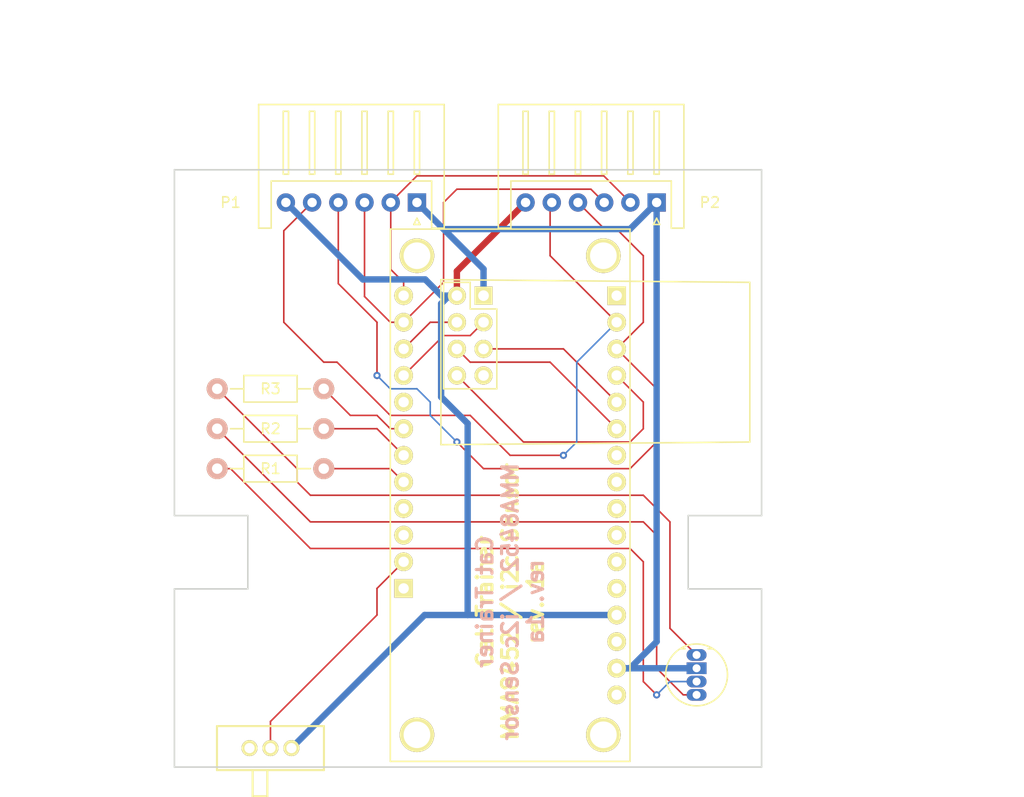
<source format=kicad_pcb>
(kicad_pcb (version 20171130) (host pcbnew "(5.1.12)-1")

  (general
    (thickness 1.6)
    (drawings 27)
    (tracks 123)
    (zones 0)
    (modules 11)
    (nets 33)
  )

  (page A4)
  (layers
    (0 F.Cu signal)
    (31 B.Cu signal)
    (32 B.Adhes user)
    (33 F.Adhes user)
    (34 B.Paste user)
    (35 F.Paste user)
    (36 B.SilkS user)
    (37 F.SilkS user)
    (38 B.Mask user)
    (39 F.Mask user)
    (40 Dwgs.User user)
    (41 Cmts.User user)
    (42 Eco1.User user)
    (43 Eco2.User user)
    (44 Edge.Cuts user)
    (45 Margin user)
    (46 B.CrtYd user)
    (47 F.CrtYd user)
    (48 B.Fab user)
    (49 F.Fab user)
  )

  (setup
    (last_trace_width 0.1524)
    (trace_clearance 0.1524)
    (zone_clearance 0.508)
    (zone_45_only no)
    (trace_min 0.1524)
    (via_size 0.6858)
    (via_drill 0.3302)
    (via_min_size 0.6858)
    (via_min_drill 0.3302)
    (uvia_size 0.0254)
    (uvia_drill 0)
    (uvias_allowed no)
    (uvia_min_size 0)
    (uvia_min_drill 0)
    (edge_width 0.15)
    (segment_width 0.2)
    (pcb_text_width 0.3)
    (pcb_text_size 1.5 1.5)
    (mod_edge_width 0.15)
    (mod_text_size 1 1)
    (mod_text_width 0.15)
    (pad_size 1.524 1.524)
    (pad_drill 0.762)
    (pad_to_mask_clearance 0.2)
    (aux_axis_origin 0 0)
    (visible_elements 7FFFFFFF)
    (pcbplotparams
      (layerselection 0x00030_80000001)
      (usegerberextensions false)
      (usegerberattributes true)
      (usegerberadvancedattributes true)
      (creategerberjobfile true)
      (excludeedgelayer true)
      (linewidth 0.100000)
      (plotframeref false)
      (viasonmask false)
      (mode 1)
      (useauxorigin false)
      (hpglpennumber 1)
      (hpglpenspeed 20)
      (hpglpendiameter 15.000000)
      (psnegative false)
      (psa4output false)
      (plotreference true)
      (plotvalue true)
      (plotinvisibletext false)
      (padsonsilk false)
      (subtractmaskfromsilk false)
      (outputformat 1)
      (mirror false)
      (drillshape 1)
      (scaleselection 1)
      (outputdirectory ""))
  )

  (net 0 "")
  (net 1 "Net-(D1-Pad1)")
  (net 2 3V3)
  (net 3 "Net-(D1-Pad3)")
  (net 4 "Net-(D1-Pad4)")
  (net 5 "Net-(P1-Pad2)")
  (net 6 "Net-(P1-Pad3)")
  (net 7 "Net-(P1-Pad4)")
  (net 8 "Net-(P1-Pad5)")
  (net 9 GND)
  (net 10 "Net-(R1-Pad1)")
  (net 11 "Net-(R2-Pad1)")
  (net 12 "Net-(R3-Pad1)")
  (net 13 "Net-(SW1-Pad2)")
  (net 14 CE)
  (net 15 CSN)
  (net 16 "Net-(U1-Pad5)")
  (net 17 "Net-(U1-Pad6)")
  (net 18 "Net-(U1-Pad7)")
  (net 19 "Net-(U1-Pad8)")
  (net 20 "Net-(U2-Pad16)")
  (net 21 "Net-(U2-Pad14)")
  (net 22 "Net-(U2-Pad12)")
  (net 23 "Net-(U2-Pad11)")
  (net 24 "Net-(U2-Pad10)")
  (net 25 "Net-(U2-Pad9)")
  (net 26 "Net-(U2-Pad8)")
  (net 27 "Net-(U2-Pad7)")
  (net 28 "Net-(U2-Pad1)")
  (net 29 "Net-(U2-Pad17)")
  (net 30 "Net-(U2-Pad19)")
  (net 31 "Net-(U2-Pad20)")
  (net 32 "Net-(U2-Pad24)")

  (net_class Default "This is the default net class."
    (clearance 0.1524)
    (trace_width 0.1524)
    (via_dia 0.6858)
    (via_drill 0.3302)
    (uvia_dia 0.0254)
    (uvia_drill 0)
    (add_net CE)
    (add_net CSN)
    (add_net "Net-(D1-Pad1)")
    (add_net "Net-(D1-Pad3)")
    (add_net "Net-(D1-Pad4)")
    (add_net "Net-(P1-Pad2)")
    (add_net "Net-(P1-Pad3)")
    (add_net "Net-(P1-Pad4)")
    (add_net "Net-(P1-Pad5)")
    (add_net "Net-(R1-Pad1)")
    (add_net "Net-(R2-Pad1)")
    (add_net "Net-(R3-Pad1)")
    (add_net "Net-(SW1-Pad2)")
    (add_net "Net-(U1-Pad5)")
    (add_net "Net-(U1-Pad6)")
    (add_net "Net-(U1-Pad7)")
    (add_net "Net-(U1-Pad8)")
    (add_net "Net-(U2-Pad1)")
    (add_net "Net-(U2-Pad10)")
    (add_net "Net-(U2-Pad11)")
    (add_net "Net-(U2-Pad12)")
    (add_net "Net-(U2-Pad14)")
    (add_net "Net-(U2-Pad16)")
    (add_net "Net-(U2-Pad17)")
    (add_net "Net-(U2-Pad19)")
    (add_net "Net-(U2-Pad20)")
    (add_net "Net-(U2-Pad24)")
    (add_net "Net-(U2-Pad7)")
    (add_net "Net-(U2-Pad8)")
    (add_net "Net-(U2-Pad9)")
  )

  (net_class Power ""
    (clearance 0.3048)
    (trace_width 0.6096)
    (via_dia 1.3716)
    (via_drill 0.6858)
    (uvia_dia 0.0254)
    (uvia_drill 0)
    (add_net 3V3)
    (add_net GND)
  )

  (module AdafruitFeather:ADAFRUIT_FEATHER (layer F.Cu) (tedit 58446256) (tstamp 58436465)
    (at 160.02 99.06 90)
    (path /5843530F)
    (fp_text reference U2 (at -26.416 0 180) (layer F.SilkS) hide
      (effects (font (size 1 1) (thickness 0.25)))
    )
    (fp_text value ADAFRUIT_FEATHER (at -24.384 0 180) (layer F.Fab) hide
      (effects (font (size 1 1) (thickness 0.25)))
    )
    (fp_line (start 25.4 -11.43) (end -25.4 -11.43) (layer F.SilkS) (width 0.15))
    (fp_line (start 25.4 11.43) (end 25.4 -11.43) (layer F.SilkS) (width 0.15))
    (fp_line (start -25.4 11.43) (end 25.4 11.43) (layer F.SilkS) (width 0.15))
    (fp_line (start -25.4 -11.43) (end -25.4 11.43) (layer F.SilkS) (width 0.15))
    (pad "" thru_hole circle (at -22.86 -8.89 90) (size 3.302 3.302) (drill 2.54) (layers *.Cu *.Mask F.SilkS))
    (pad "" thru_hole circle (at -22.86 8.89 90) (size 3.302 3.302) (drill 2.54) (layers *.Cu *.Mask F.SilkS))
    (pad "" thru_hole circle (at 22.86 8.89 90) (size 3.302 3.302) (drill 2.54) (layers *.Cu *.Mask F.SilkS))
    (pad "" thru_hole circle (at 22.86 -8.89 90) (size 3.302 3.302) (drill 2.54) (layers *.Cu *.Mask F.SilkS))
    (pad 16 thru_hole circle (at -19.05 10.16 90) (size 1.778 1.778) (drill 0.9906) (layers *.Cu *.Mask F.SilkS)
      (net 20 "Net-(U2-Pad16)"))
    (pad 15 thru_hole circle (at -16.51 10.16 90) (size 1.778 1.778) (drill 0.9906) (layers *.Cu *.Mask F.SilkS)
      (net 2 3V3))
    (pad 14 thru_hole circle (at -13.97 10.16 90) (size 1.778 1.778) (drill 0.9906) (layers *.Cu *.Mask F.SilkS)
      (net 21 "Net-(U2-Pad14)"))
    (pad 13 thru_hole circle (at -11.43 10.16 90) (size 1.778 1.778) (drill 0.9906) (layers *.Cu *.Mask F.SilkS)
      (net 9 GND))
    (pad 12 thru_hole circle (at -8.89 10.16 90) (size 1.778 1.778) (drill 0.9906) (layers *.Cu *.Mask F.SilkS)
      (net 22 "Net-(U2-Pad12)"))
    (pad 11 thru_hole circle (at -6.35 10.16 90) (size 1.778 1.778) (drill 0.9906) (layers *.Cu *.Mask F.SilkS)
      (net 23 "Net-(U2-Pad11)"))
    (pad 10 thru_hole circle (at -3.81 10.16 90) (size 1.778 1.778) (drill 0.9906) (layers *.Cu *.Mask F.SilkS)
      (net 24 "Net-(U2-Pad10)"))
    (pad 9 thru_hole circle (at -1.27 10.16 90) (size 1.778 1.778) (drill 0.9906) (layers *.Cu *.Mask F.SilkS)
      (net 25 "Net-(U2-Pad9)"))
    (pad 8 thru_hole circle (at 1.27 10.16 90) (size 1.778 1.778) (drill 0.9906) (layers *.Cu *.Mask F.SilkS)
      (net 26 "Net-(U2-Pad8)"))
    (pad 7 thru_hole circle (at 3.81 10.16 90) (size 1.778 1.778) (drill 0.9906) (layers *.Cu *.Mask F.SilkS)
      (net 27 "Net-(U2-Pad7)"))
    (pad 6 thru_hole circle (at 6.35 10.16 90) (size 1.778 1.778) (drill 0.9906) (layers *.Cu *.Mask F.SilkS)
      (net 16 "Net-(U1-Pad5)"))
    (pad 5 thru_hole circle (at 8.89 10.16 90) (size 1.778 1.778) (drill 0.9906) (layers *.Cu *.Mask F.SilkS)
      (net 17 "Net-(U1-Pad6)"))
    (pad 4 thru_hole circle (at 11.43 10.16 90) (size 1.778 1.778) (drill 0.9906) (layers *.Cu *.Mask F.SilkS)
      (net 18 "Net-(U1-Pad7)"))
    (pad 3 thru_hole circle (at 13.97 10.16 90) (size 1.778 1.778) (drill 0.9906) (layers *.Cu *.Mask F.SilkS)
      (net 7 "Net-(P1-Pad4)"))
    (pad 2 thru_hole circle (at 16.51 10.16 90) (size 1.778 1.778) (drill 0.9906) (layers *.Cu *.Mask F.SilkS)
      (net 8 "Net-(P1-Pad5)"))
    (pad 1 thru_hole rect (at 19.05 10.16 90) (size 1.778 1.778) (drill 0.9906) (layers *.Cu *.Mask F.SilkS)
      (net 28 "Net-(U2-Pad1)"))
    (pad 18 thru_hole circle (at -6.35 -10.16 90) (size 1.778 1.778) (drill 0.9906) (layers *.Cu *.Mask F.SilkS)
      (net 13 "Net-(SW1-Pad2)"))
    (pad 17 thru_hole rect (at -8.89 -10.16 90) (size 1.778 1.778) (drill 0.9906) (layers *.Cu *.Mask F.SilkS)
      (net 29 "Net-(U2-Pad17)"))
    (pad 19 thru_hole circle (at -3.81 -10.16 90) (size 1.778 1.778) (drill 0.9906) (layers *.Cu *.Mask F.SilkS)
      (net 30 "Net-(U2-Pad19)"))
    (pad 20 thru_hole circle (at -1.27 -10.16 90) (size 1.778 1.778) (drill 0.9906) (layers *.Cu *.Mask F.SilkS)
      (net 31 "Net-(U2-Pad20)"))
    (pad 21 thru_hole circle (at 1.27 -10.16 90) (size 1.778 1.778) (drill 0.9906) (layers *.Cu *.Mask F.SilkS)
      (net 10 "Net-(R1-Pad1)"))
    (pad 22 thru_hole circle (at 3.81 -10.16 90) (size 1.778 1.778) (drill 0.9906) (layers *.Cu *.Mask F.SilkS)
      (net 11 "Net-(R2-Pad1)"))
    (pad 23 thru_hole circle (at 6.35 -10.16 90) (size 1.778 1.778) (drill 0.9906) (layers *.Cu *.Mask F.SilkS)
      (net 12 "Net-(R3-Pad1)"))
    (pad 24 thru_hole circle (at 8.89 -10.16 90) (size 1.778 1.778) (drill 0.9906) (layers *.Cu *.Mask F.SilkS)
      (net 32 "Net-(U2-Pad24)"))
    (pad 25 thru_hole circle (at 11.43 -10.16 90) (size 1.778 1.778) (drill 0.9906) (layers *.Cu *.Mask F.SilkS)
      (net 15 CSN))
    (pad 26 thru_hole circle (at 13.97 -10.16 90) (size 1.778 1.778) (drill 0.9906) (layers *.Cu *.Mask F.SilkS)
      (net 14 CE))
    (pad 27 thru_hole circle (at 16.51 -10.16 90) (size 1.778 1.778) (drill 0.9906) (layers *.Cu *.Mask F.SilkS)
      (net 6 "Net-(P1-Pad3)"))
    (pad 28 thru_hole circle (at 19.05 -10.16 90) (size 1.778 1.778) (drill 0.9906) (layers *.Cu *.Mask F.SilkS)
      (net 5 "Net-(P1-Pad2)"))
  )

  (module Mounting_Holes:MountingHole_3.2mm_M3 (layer F.Cu) (tedit 58446247) (tstamp 58436F08)
    (at 142 110)
    (descr "Mounting Hole 3.2mm, no annular, M3")
    (tags "mounting hole 3.2mm no annular m3")
    (fp_text reference REF**_2 (at 0 -4.2) (layer F.SilkS) hide
      (effects (font (size 1 1) (thickness 0.15)))
    )
    (fp_text value MountingHole_3.2mm_M3 (at 0 4.2) (layer F.Fab)
      (effects (font (size 1 1) (thickness 0.15)))
    )
    (fp_circle (center 0 0) (end 3.45 0) (layer F.CrtYd) (width 0.05))
    (fp_circle (center 0 0) (end 3.2 0) (layer Cmts.User) (width 0.15))
    (pad 1 np_thru_hole circle (at 0 0) (size 3.2 3.2) (drill 3.2) (layers *.Cu *.Mask))
  )

  (module LEDs:LED-RGB-5MM_Common_Cathode (layer F.Cu) (tedit 584474C5) (tstamp 58436412)
    (at 177.8 114.3)
    (descr "5mm common cathode RGB LED")
    (tags "RGB LED 5mm Common Cathode")
    (path /58435490)
    (fp_text reference D1 (at 0 -2.25) (layer F.SilkS) hide
      (effects (font (size 1 1) (thickness 0.15)))
    )
    (fp_text value LED_RBG (at 0 6.25) (layer F.Fab)
      (effects (font (size 1 1) (thickness 0.15)))
    )
    (fp_line (start 1.1 -0.595) (end 1.55 -0.595) (layer F.SilkS) (width 0.15))
    (fp_line (start -1.1 -0.595) (end -1.55 -0.595) (layer F.SilkS) (width 0.15))
    (fp_circle (center 0 1.905) (end 2.95 1.905) (layer F.SilkS) (width 0.15))
    (fp_circle (center 0 1.905) (end 3.2 1.905) (layer F.CrtYd) (width 0.05))
    (pad 1 thru_hole oval (at 0 0) (size 1.905 1.1176) (drill 0.762) (layers *.Cu *.Mask)
      (net 1 "Net-(D1-Pad1)"))
    (pad 2 thru_hole rect (at 0 1.27) (size 1.905 1.1176) (drill 0.762) (layers *.Cu *.Mask)
      (net 2 3V3))
    (pad 3 thru_hole oval (at 0 2.54) (size 1.905 1.1176) (drill 0.762) (layers *.Cu *.Mask)
      (net 3 "Net-(D1-Pad3)"))
    (pad 4 thru_hole oval (at 0 3.81) (size 1.905 1.1176) (drill 0.762) (layers *.Cu *.Mask)
      (net 4 "Net-(D1-Pad4)"))
  )

  (module Resistors_ThroughHole:Resistor_Horizontal_RM10mm (layer F.Cu) (tedit 58445F1B) (tstamp 58436422)
    (at 142.24 96.52 180)
    (descr "Resistor, Axial,  RM 10mm, 1/3W")
    (tags "Resistor Axial RM 10mm 1/3W")
    (path /58435CEB)
    (fp_text reference R1 (at 5.08 0 180) (layer F.SilkS)
      (effects (font (size 1 1) (thickness 0.15)))
    )
    (fp_text value R (at 5.08 3.81 180) (layer F.Fab)
      (effects (font (size 1 1) (thickness 0.15)))
    )
    (fp_line (start 7.62 0) (end 8.89 0) (layer F.SilkS) (width 0.15))
    (fp_line (start 2.54 0) (end 1.27 0) (layer F.SilkS) (width 0.15))
    (fp_line (start 2.54 1.27) (end 2.54 -1.27) (layer F.SilkS) (width 0.15))
    (fp_line (start 7.62 1.27) (end 2.54 1.27) (layer F.SilkS) (width 0.15))
    (fp_line (start 7.62 -1.27) (end 7.62 1.27) (layer F.SilkS) (width 0.15))
    (fp_line (start 2.54 -1.27) (end 7.62 -1.27) (layer F.SilkS) (width 0.15))
    (fp_line (start -1.25 1.5) (end 11.4 1.5) (layer F.CrtYd) (width 0.05))
    (fp_line (start 11.4 -1.5) (end 11.4 1.5) (layer F.CrtYd) (width 0.05))
    (fp_line (start -1.25 1.5) (end -1.25 -1.5) (layer F.CrtYd) (width 0.05))
    (fp_line (start -1.25 -1.5) (end 11.4 -1.5) (layer F.CrtYd) (width 0.05))
    (pad 1 thru_hole circle (at 0 0 180) (size 1.99898 1.99898) (drill 1.00076) (layers *.Cu *.SilkS *.Mask)
      (net 10 "Net-(R1-Pad1)"))
    (pad 2 thru_hole circle (at 10.16 0 180) (size 1.99898 1.99898) (drill 1.00076) (layers *.Cu *.SilkS *.Mask)
      (net 3 "Net-(D1-Pad3)"))
    (model Resistors_ThroughHole.3dshapes/Resistor_Horizontal_RM10mm.wrl
      (offset (xyz 5.079999923706055 0 0))
      (scale (xyz 0.4 0.4 0.4))
      (rotate (xyz 0 0 0))
    )
  )

  (module Resistors_ThroughHole:Resistor_Horizontal_RM10mm (layer F.Cu) (tedit 58445F17) (tstamp 58436428)
    (at 142.24 92.71 180)
    (descr "Resistor, Axial,  RM 10mm, 1/3W")
    (tags "Resistor Axial RM 10mm 1/3W")
    (path /58435D7B)
    (fp_text reference R2 (at 5.08 0 180) (layer F.SilkS)
      (effects (font (size 1 1) (thickness 0.15)))
    )
    (fp_text value R (at 5.08 3.81 180) (layer F.Fab)
      (effects (font (size 1 1) (thickness 0.15)))
    )
    (fp_line (start 7.62 0) (end 8.89 0) (layer F.SilkS) (width 0.15))
    (fp_line (start 2.54 0) (end 1.27 0) (layer F.SilkS) (width 0.15))
    (fp_line (start 2.54 1.27) (end 2.54 -1.27) (layer F.SilkS) (width 0.15))
    (fp_line (start 7.62 1.27) (end 2.54 1.27) (layer F.SilkS) (width 0.15))
    (fp_line (start 7.62 -1.27) (end 7.62 1.27) (layer F.SilkS) (width 0.15))
    (fp_line (start 2.54 -1.27) (end 7.62 -1.27) (layer F.SilkS) (width 0.15))
    (fp_line (start -1.25 1.5) (end 11.4 1.5) (layer F.CrtYd) (width 0.05))
    (fp_line (start 11.4 -1.5) (end 11.4 1.5) (layer F.CrtYd) (width 0.05))
    (fp_line (start -1.25 1.5) (end -1.25 -1.5) (layer F.CrtYd) (width 0.05))
    (fp_line (start -1.25 -1.5) (end 11.4 -1.5) (layer F.CrtYd) (width 0.05))
    (pad 1 thru_hole circle (at 0 0 180) (size 1.99898 1.99898) (drill 1.00076) (layers *.Cu *.SilkS *.Mask)
      (net 11 "Net-(R2-Pad1)"))
    (pad 2 thru_hole circle (at 10.16 0 180) (size 1.99898 1.99898) (drill 1.00076) (layers *.Cu *.SilkS *.Mask)
      (net 4 "Net-(D1-Pad4)"))
    (model Resistors_ThroughHole.3dshapes/Resistor_Horizontal_RM10mm.wrl
      (offset (xyz 5.079999923706055 0 0))
      (scale (xyz 0.4 0.4 0.4))
      (rotate (xyz 0 0 0))
    )
  )

  (module Resistors_ThroughHole:Resistor_Horizontal_RM10mm (layer F.Cu) (tedit 58445F13) (tstamp 5843642E)
    (at 142.24 88.9 180)
    (descr "Resistor, Axial,  RM 10mm, 1/3W")
    (tags "Resistor Axial RM 10mm 1/3W")
    (path /58435DA5)
    (fp_text reference R3 (at 5.08 0 180) (layer F.SilkS)
      (effects (font (size 1 1) (thickness 0.15)))
    )
    (fp_text value R (at 5.08 3.81 180) (layer F.Fab)
      (effects (font (size 1 1) (thickness 0.15)))
    )
    (fp_line (start 7.62 0) (end 8.89 0) (layer F.SilkS) (width 0.15))
    (fp_line (start 2.54 0) (end 1.27 0) (layer F.SilkS) (width 0.15))
    (fp_line (start 2.54 1.27) (end 2.54 -1.27) (layer F.SilkS) (width 0.15))
    (fp_line (start 7.62 1.27) (end 2.54 1.27) (layer F.SilkS) (width 0.15))
    (fp_line (start 7.62 -1.27) (end 7.62 1.27) (layer F.SilkS) (width 0.15))
    (fp_line (start 2.54 -1.27) (end 7.62 -1.27) (layer F.SilkS) (width 0.15))
    (fp_line (start -1.25 1.5) (end 11.4 1.5) (layer F.CrtYd) (width 0.05))
    (fp_line (start 11.4 -1.5) (end 11.4 1.5) (layer F.CrtYd) (width 0.05))
    (fp_line (start -1.25 1.5) (end -1.25 -1.5) (layer F.CrtYd) (width 0.05))
    (fp_line (start -1.25 -1.5) (end 11.4 -1.5) (layer F.CrtYd) (width 0.05))
    (pad 1 thru_hole circle (at 0 0 180) (size 1.99898 1.99898) (drill 1.00076) (layers *.Cu *.SilkS *.Mask)
      (net 12 "Net-(R3-Pad1)"))
    (pad 2 thru_hole circle (at 10.16 0 180) (size 1.99898 1.99898) (drill 1.00076) (layers *.Cu *.SilkS *.Mask)
      (net 1 "Net-(D1-Pad1)"))
    (model Resistors_ThroughHole.3dshapes/Resistor_Horizontal_RM10mm.wrl
      (offset (xyz 5.079999923706055 0 0))
      (scale (xyz 0.4 0.4 0.4))
      (rotate (xyz 0 0 0))
    )
  )

  (module Mounting_Holes:MountingHole_3.2mm_M3 (layer F.Cu) (tedit 5844623D) (tstamp 58436577)
    (at 142 82)
    (descr "Mounting Hole 3.2mm, no annular, M3")
    (tags "mounting hole 3.2mm no annular m3")
    (fp_text reference REF** (at 0 -4.2) (layer F.SilkS) hide
      (effects (font (size 1 1) (thickness 0.15)))
    )
    (fp_text value MountingHole_3.2mm_M3 (at 0 4.2) (layer F.Fab)
      (effects (font (size 1 1) (thickness 0.15)))
    )
    (fp_circle (center 0 0) (end 3.45 0) (layer F.CrtYd) (width 0.05))
    (fp_circle (center 0 0) (end 3.2 0) (layer Cmts.User) (width 0.15))
    (pad 1 np_thru_hole circle (at 0 0) (size 3.2 3.2) (drill 3.2) (layers *.Cu *.Mask))
  )

  (module AdafruitFeather:Socket_nRF24L01 (layer F.Cu) (tedit 58438BC9) (tstamp 584374BF)
    (at 157.48 80.01 270)
    (descr "Through hole socket strip")
    (tags "socket strip")
    (path /5843542B)
    (fp_text reference U1 (at 3.81 -2.54 270) (layer F.SilkS) hide
      (effects (font (size 1 1) (thickness 0.15)))
    )
    (fp_text value nRF24L01+ (at 0 -3.1 270) (layer F.Fab)
      (effects (font (size 1 1) (thickness 0.15)))
    )
    (fp_line (start 1.27 1.27) (end 1.27 -1.27) (layer F.SilkS) (width 0.15))
    (fp_line (start -1.27 1.27) (end 1.27 1.27) (layer F.SilkS) (width 0.15))
    (fp_line (start -1.27 3.81) (end -1.27 1.27) (layer F.SilkS) (width 0.15))
    (fp_line (start 8.89 3.81) (end -1.27 3.81) (layer F.SilkS) (width 0.15))
    (fp_line (start 8.89 -1.27) (end 8.89 3.81) (layer F.SilkS) (width 0.15))
    (fp_line (start 1.27 -1.27) (end 8.89 -1.27) (layer F.SilkS) (width 0.15))
    (fp_line (start -1.75 4.3) (end 9.4 4.3) (layer F.CrtYd) (width 0.05))
    (fp_line (start -1.75 -1.75) (end 9.4 -1.75) (layer F.CrtYd) (width 0.05))
    (fp_line (start 9.4 -1.75) (end 9.4 4.3) (layer F.CrtYd) (width 0.05))
    (fp_line (start -1.75 -1.75) (end -1.75 4.3) (layer F.CrtYd) (width 0.05))
    (fp_line (start 14.224 4.064) (end -1.524 4.064) (layer F.SilkS) (width 0.15))
    (fp_line (start 13.97 -25.4) (end 14.224 4.064) (layer F.SilkS) (width 0.15))
    (fp_line (start -1.27 -25.4) (end 13.97 -25.4) (layer F.SilkS) (width 0.15))
    (fp_line (start -1.524 4.064) (end -1.27 -25.4) (layer F.SilkS) (width 0.15))
    (pad 2 thru_hole rect (at 0 0 270) (size 1.7272 1.7272) (drill 1.016) (layers *.Cu *.Mask F.SilkS)
      (net 2 3V3))
    (pad 1 thru_hole oval (at 0 2.54 270) (size 1.7272 1.7272) (drill 1.016) (layers *.Cu *.Mask F.SilkS)
      (net 9 GND))
    (pad 4 thru_hole oval (at 2.54 0 270) (size 1.7272 1.7272) (drill 1.016) (layers *.Cu *.Mask F.SilkS)
      (net 15 CSN))
    (pad 3 thru_hole oval (at 2.54 2.54 270) (size 1.7272 1.7272) (drill 1.016) (layers *.Cu *.Mask F.SilkS)
      (net 14 CE))
    (pad 6 thru_hole oval (at 5.08 0 270) (size 1.7272 1.7272) (drill 1.016) (layers *.Cu *.Mask F.SilkS)
      (net 17 "Net-(U1-Pad6)"))
    (pad 5 thru_hole oval (at 5.08 2.54 270) (size 1.7272 1.7272) (drill 1.016) (layers *.Cu *.Mask F.SilkS)
      (net 16 "Net-(U1-Pad5)"))
    (pad 8 thru_hole oval (at 7.62 0 270) (size 1.7272 1.7272) (drill 1.016) (layers *.Cu *.Mask F.SilkS)
      (net 19 "Net-(U1-Pad8)"))
    (pad 7 thru_hole oval (at 7.62 2.54 270) (size 1.7272 1.7272) (drill 1.016) (layers *.Cu *.Mask F.SilkS)
      (net 18 "Net-(U1-Pad7)"))
    (model Socket_Strips.3dshapes/Socket_Strip_Straight_2x04.wrl
      (offset (xyz 3.809999942779541 -1.269999980926514 0))
      (scale (xyz 1 1 1))
      (rotate (xyz 0 0 180))
    )
  )

  (module Connectors_JST:JST_XH_S06B-XH-A_06x2.50mm_Angled (layer F.Cu) (tedit 5844627E) (tstamp 584444A9)
    (at 151.13 71.12 180)
    (descr "JST XH series connector, S06B-XH-A, side entry type, through hole")
    (tags "connector jst xh tht side horizontal angled 2.50mm")
    (path /5843563B)
    (fp_text reference P1 (at 17.78 0 180) (layer F.SilkS)
      (effects (font (size 1 1) (thickness 0.15)))
    )
    (fp_text value CONN_01X06 (at 6.25 10.3 180) (layer F.Fab)
      (effects (font (size 1 1) (thickness 0.15)))
    )
    (fp_line (start 0.3 -2.1) (end 0 -1.5) (layer F.SilkS) (width 0.15))
    (fp_line (start -0.3 -2.1) (end 0.3 -2.1) (layer F.SilkS) (width 0.15))
    (fp_line (start 0 -1.5) (end -0.3 -2.1) (layer F.SilkS) (width 0.15))
    (fp_line (start 12.75 2.7) (end 12.25 2.7) (layer F.SilkS) (width 0.15))
    (fp_line (start 12.75 8.7) (end 12.75 2.7) (layer F.SilkS) (width 0.15))
    (fp_line (start 12.25 8.7) (end 12.75 8.7) (layer F.SilkS) (width 0.15))
    (fp_line (start 12.25 2.7) (end 12.25 8.7) (layer F.SilkS) (width 0.15))
    (fp_line (start 10.25 2.7) (end 9.75 2.7) (layer F.SilkS) (width 0.15))
    (fp_line (start 10.25 8.7) (end 10.25 2.7) (layer F.SilkS) (width 0.15))
    (fp_line (start 9.75 8.7) (end 10.25 8.7) (layer F.SilkS) (width 0.15))
    (fp_line (start 9.75 2.7) (end 9.75 8.7) (layer F.SilkS) (width 0.15))
    (fp_line (start 7.75 2.7) (end 7.25 2.7) (layer F.SilkS) (width 0.15))
    (fp_line (start 7.75 8.7) (end 7.75 2.7) (layer F.SilkS) (width 0.15))
    (fp_line (start 7.25 8.7) (end 7.75 8.7) (layer F.SilkS) (width 0.15))
    (fp_line (start 7.25 2.7) (end 7.25 8.7) (layer F.SilkS) (width 0.15))
    (fp_line (start 5.25 2.7) (end 4.75 2.7) (layer F.SilkS) (width 0.15))
    (fp_line (start 5.25 8.7) (end 5.25 2.7) (layer F.SilkS) (width 0.15))
    (fp_line (start 4.75 8.7) (end 5.25 8.7) (layer F.SilkS) (width 0.15))
    (fp_line (start 4.75 2.7) (end 4.75 8.7) (layer F.SilkS) (width 0.15))
    (fp_line (start 2.75 2.7) (end 2.25 2.7) (layer F.SilkS) (width 0.15))
    (fp_line (start 2.75 8.7) (end 2.75 2.7) (layer F.SilkS) (width 0.15))
    (fp_line (start 2.25 8.7) (end 2.75 8.7) (layer F.SilkS) (width 0.15))
    (fp_line (start 2.25 2.7) (end 2.25 8.7) (layer F.SilkS) (width 0.15))
    (fp_line (start 0.25 2.7) (end -0.25 2.7) (layer F.SilkS) (width 0.15))
    (fp_line (start 0.25 8.7) (end 0.25 2.7) (layer F.SilkS) (width 0.15))
    (fp_line (start -0.25 8.7) (end 0.25 8.7) (layer F.SilkS) (width 0.15))
    (fp_line (start -0.25 2.7) (end -0.25 8.7) (layer F.SilkS) (width 0.15))
    (fp_line (start 13.9 2.05) (end 6.25 2.05) (layer F.SilkS) (width 0.15))
    (fp_line (start 13.9 -2.45) (end 13.9 2.05) (layer F.SilkS) (width 0.15))
    (fp_line (start 15.1 -2.45) (end 13.9 -2.45) (layer F.SilkS) (width 0.15))
    (fp_line (start 15.1 9.35) (end 15.1 -2.45) (layer F.SilkS) (width 0.15))
    (fp_line (start 6.25 9.35) (end 15.1 9.35) (layer F.SilkS) (width 0.15))
    (fp_line (start -1.4 2.05) (end 6.25 2.05) (layer F.SilkS) (width 0.15))
    (fp_line (start -1.4 -2.45) (end -1.4 2.05) (layer F.SilkS) (width 0.15))
    (fp_line (start -2.6 -2.45) (end -1.4 -2.45) (layer F.SilkS) (width 0.15))
    (fp_line (start -2.6 9.35) (end -2.6 -2.45) (layer F.SilkS) (width 0.15))
    (fp_line (start 6.25 9.35) (end -2.6 9.35) (layer F.SilkS) (width 0.15))
    (fp_line (start 15.45 -2.8) (end -2.95 -2.8) (layer F.CrtYd) (width 0.05))
    (fp_line (start 15.45 9.7) (end 15.45 -2.8) (layer F.CrtYd) (width 0.05))
    (fp_line (start -2.95 9.7) (end 15.45 9.7) (layer F.CrtYd) (width 0.05))
    (fp_line (start -2.95 -2.8) (end -2.95 9.7) (layer F.CrtYd) (width 0.05))
    (pad 1 thru_hole rect (at 0 0 180) (size 1.75 1.75) (drill 0.9) (layers *.Cu *.Mask)
      (net 2 3V3))
    (pad 2 thru_hole circle (at 2.5 0 180) (size 1.75 1.75) (drill 0.9) (layers *.Cu *.Mask)
      (net 5 "Net-(P1-Pad2)"))
    (pad 3 thru_hole circle (at 5 0 180) (size 1.75 1.75) (drill 0.9) (layers *.Cu *.Mask)
      (net 6 "Net-(P1-Pad3)"))
    (pad 4 thru_hole circle (at 7.5 0 180) (size 1.75 1.75) (drill 0.9) (layers *.Cu *.Mask)
      (net 7 "Net-(P1-Pad4)"))
    (pad 5 thru_hole circle (at 10 0 180) (size 1.75 1.75) (drill 0.9) (layers *.Cu *.Mask)
      (net 8 "Net-(P1-Pad5)"))
    (pad 6 thru_hole circle (at 12.5 0 180) (size 1.75 1.75) (drill 0.9) (layers *.Cu *.Mask)
      (net 9 GND))
    (model Connectors_JST.3dshapes/JST_XH_S06B-XH-A_06x2.50mm_Angled.wrl
      (at (xyz 0 0 0))
      (scale (xyz 1 1 1))
      (rotate (xyz 0 0 0))
    )
  )

  (module Connectors_JST:JST_XH_S06B-XH-A_06x2.50mm_Angled (layer F.Cu) (tedit 58446288) (tstamp 5844450D)
    (at 173.99 71.12 180)
    (descr "JST XH series connector, S06B-XH-A, side entry type, through hole")
    (tags "connector jst xh tht side horizontal angled 2.50mm")
    (path /58443C81)
    (fp_text reference P2 (at -5.08 0 180) (layer F.SilkS)
      (effects (font (size 1 1) (thickness 0.15)))
    )
    (fp_text value CONN_01X06 (at 6.25 10.3 180) (layer F.Fab)
      (effects (font (size 1 1) (thickness 0.15)))
    )
    (fp_line (start 0.3 -2.1) (end 0 -1.5) (layer F.SilkS) (width 0.15))
    (fp_line (start -0.3 -2.1) (end 0.3 -2.1) (layer F.SilkS) (width 0.15))
    (fp_line (start 0 -1.5) (end -0.3 -2.1) (layer F.SilkS) (width 0.15))
    (fp_line (start 12.75 2.7) (end 12.25 2.7) (layer F.SilkS) (width 0.15))
    (fp_line (start 12.75 8.7) (end 12.75 2.7) (layer F.SilkS) (width 0.15))
    (fp_line (start 12.25 8.7) (end 12.75 8.7) (layer F.SilkS) (width 0.15))
    (fp_line (start 12.25 2.7) (end 12.25 8.7) (layer F.SilkS) (width 0.15))
    (fp_line (start 10.25 2.7) (end 9.75 2.7) (layer F.SilkS) (width 0.15))
    (fp_line (start 10.25 8.7) (end 10.25 2.7) (layer F.SilkS) (width 0.15))
    (fp_line (start 9.75 8.7) (end 10.25 8.7) (layer F.SilkS) (width 0.15))
    (fp_line (start 9.75 2.7) (end 9.75 8.7) (layer F.SilkS) (width 0.15))
    (fp_line (start 7.75 2.7) (end 7.25 2.7) (layer F.SilkS) (width 0.15))
    (fp_line (start 7.75 8.7) (end 7.75 2.7) (layer F.SilkS) (width 0.15))
    (fp_line (start 7.25 8.7) (end 7.75 8.7) (layer F.SilkS) (width 0.15))
    (fp_line (start 7.25 2.7) (end 7.25 8.7) (layer F.SilkS) (width 0.15))
    (fp_line (start 5.25 2.7) (end 4.75 2.7) (layer F.SilkS) (width 0.15))
    (fp_line (start 5.25 8.7) (end 5.25 2.7) (layer F.SilkS) (width 0.15))
    (fp_line (start 4.75 8.7) (end 5.25 8.7) (layer F.SilkS) (width 0.15))
    (fp_line (start 4.75 2.7) (end 4.75 8.7) (layer F.SilkS) (width 0.15))
    (fp_line (start 2.75 2.7) (end 2.25 2.7) (layer F.SilkS) (width 0.15))
    (fp_line (start 2.75 8.7) (end 2.75 2.7) (layer F.SilkS) (width 0.15))
    (fp_line (start 2.25 8.7) (end 2.75 8.7) (layer F.SilkS) (width 0.15))
    (fp_line (start 2.25 2.7) (end 2.25 8.7) (layer F.SilkS) (width 0.15))
    (fp_line (start 0.25 2.7) (end -0.25 2.7) (layer F.SilkS) (width 0.15))
    (fp_line (start 0.25 8.7) (end 0.25 2.7) (layer F.SilkS) (width 0.15))
    (fp_line (start -0.25 8.7) (end 0.25 8.7) (layer F.SilkS) (width 0.15))
    (fp_line (start -0.25 2.7) (end -0.25 8.7) (layer F.SilkS) (width 0.15))
    (fp_line (start 13.9 2.05) (end 6.25 2.05) (layer F.SilkS) (width 0.15))
    (fp_line (start 13.9 -2.45) (end 13.9 2.05) (layer F.SilkS) (width 0.15))
    (fp_line (start 15.1 -2.45) (end 13.9 -2.45) (layer F.SilkS) (width 0.15))
    (fp_line (start 15.1 9.35) (end 15.1 -2.45) (layer F.SilkS) (width 0.15))
    (fp_line (start 6.25 9.35) (end 15.1 9.35) (layer F.SilkS) (width 0.15))
    (fp_line (start -1.4 2.05) (end 6.25 2.05) (layer F.SilkS) (width 0.15))
    (fp_line (start -1.4 -2.45) (end -1.4 2.05) (layer F.SilkS) (width 0.15))
    (fp_line (start -2.6 -2.45) (end -1.4 -2.45) (layer F.SilkS) (width 0.15))
    (fp_line (start -2.6 9.35) (end -2.6 -2.45) (layer F.SilkS) (width 0.15))
    (fp_line (start 6.25 9.35) (end -2.6 9.35) (layer F.SilkS) (width 0.15))
    (fp_line (start 15.45 -2.8) (end -2.95 -2.8) (layer F.CrtYd) (width 0.05))
    (fp_line (start 15.45 9.7) (end 15.45 -2.8) (layer F.CrtYd) (width 0.05))
    (fp_line (start -2.95 9.7) (end 15.45 9.7) (layer F.CrtYd) (width 0.05))
    (fp_line (start -2.95 -2.8) (end -2.95 9.7) (layer F.CrtYd) (width 0.05))
    (pad 1 thru_hole rect (at 0 0 180) (size 1.75 1.75) (drill 0.9) (layers *.Cu *.Mask)
      (net 2 3V3))
    (pad 2 thru_hole circle (at 2.5 0 180) (size 1.75 1.75) (drill 0.9) (layers *.Cu *.Mask)
      (net 5 "Net-(P1-Pad2)"))
    (pad 3 thru_hole circle (at 5 0 180) (size 1.75 1.75) (drill 0.9) (layers *.Cu *.Mask)
      (net 6 "Net-(P1-Pad3)"))
    (pad 4 thru_hole circle (at 7.5 0 180) (size 1.75 1.75) (drill 0.9) (layers *.Cu *.Mask)
      (net 7 "Net-(P1-Pad4)"))
    (pad 5 thru_hole circle (at 10 0 180) (size 1.75 1.75) (drill 0.9) (layers *.Cu *.Mask)
      (net 8 "Net-(P1-Pad5)"))
    (pad 6 thru_hole circle (at 12.5 0 180) (size 1.75 1.75) (drill 0.9) (layers *.Cu *.Mask)
      (net 9 GND))
    (model Connectors_JST.3dshapes/JST_XH_S06B-XH-A_06x2.50mm_Angled.wrl
      (at (xyz 0 0 0))
      (scale (xyz 1 1 1))
      (rotate (xyz 0 0 0))
    )
  )

  (module Switches:DPST_TE_SSJ12R04 (layer F.Cu) (tedit 584474BD) (tstamp 5844450E)
    (at 137.16 123.19 180)
    (path /58435568)
    (fp_text reference SW1 (at 0 3 180) (layer F.SilkS) hide
      (effects (font (size 1.016 1.016) (thickness 0.1524)))
    )
    (fp_text value SPST (at 0 -5.4 180) (layer F.SilkS) hide
      (effects (font (size 1.016 1.016) (thickness 0.1524)))
    )
    (fp_line (start 5.10032 2.10058) (end 5.10032 -2.10058) (layer F.SilkS) (width 0.20066))
    (fp_line (start -5.10032 2.10058) (end 5.10032 2.10058) (layer F.SilkS) (width 0.20066))
    (fp_line (start -5.10032 -2.10058) (end -5.10032 2.10058) (layer F.SilkS) (width 0.20066))
    (fp_line (start 5.10032 -2.10058) (end -5.10032 -2.10058) (layer F.SilkS) (width 0.20066))
    (fp_line (start 0.29972 -4.59994) (end 0.29972 -2.10058) (layer F.SilkS) (width 0.20066))
    (fp_line (start 1.69926 -4.59994) (end 0.29972 -4.59994) (layer F.SilkS) (width 0.20066))
    (fp_line (start 1.69926 -2.10058) (end 1.69926 -4.59994) (layer F.SilkS) (width 0.20066))
    (pad 1 thru_hole circle (at -1.99898 0 180) (size 1.524 1.524) (drill 0.97028) (layers *.Cu *.Mask F.SilkS)
      (net 9 GND))
    (pad 2 thru_hole circle (at 0 0 180) (size 1.524 1.524) (drill 0.97028) (layers *.Cu *.Mask F.SilkS)
      (net 13 "Net-(SW1-Pad2)"))
    (pad 3 thru_hole circle (at 1.99898 0 180) (size 1.524 1.524) (drill 0.97028) (layers *.Cu *.Mask F.SilkS))
    (model 3D/Switches/TE_SSJ12R04.wrl
      (at (xyz 0 0 0))
      (scale (xyz 0.3937 0.3937 0.3937))
      (rotate (xyz 0 0 0))
    )
  )

  (gr_text "Cat Trainer\nMMA8452 / i2c Sensor\nrev. 1a" (at 160.02 109.22 90) (layer F.SilkS)
    (effects (font (size 1.5 1.5) (thickness 0.3)))
  )
  (gr_text "Cat Trainer\nMMA8452 / i2c Sensor\nrev. 1a" (at 160.02 109.22 90) (layer B.SilkS)
    (effects (font (size 1.5 1.5) (thickness 0.3)) (justify mirror))
  )
  (gr_line (start 184 68) (end 184 101) (angle 90) (layer Edge.Cuts) (width 0.15))
  (gr_line (start 128 68) (end 184 68) (angle 90) (layer Edge.Cuts) (width 0.15))
  (gr_line (start 128 101) (end 128 68) (angle 90) (layer Edge.Cuts) (width 0.15))
  (gr_line (start 135 101) (end 128 101) (angle 90) (layer Edge.Cuts) (width 0.15))
  (gr_line (start 135 108) (end 135 101) (angle 90) (layer Edge.Cuts) (width 0.15))
  (gr_line (start 128 108) (end 135 108) (angle 90) (layer Edge.Cuts) (width 0.15))
  (gr_line (start 128 125) (end 128 108) (angle 90) (layer Edge.Cuts) (width 0.15))
  (gr_line (start 184 125) (end 128 125) (angle 90) (layer Edge.Cuts) (width 0.15))
  (gr_line (start 177 101) (end 184 101) (angle 90) (layer Edge.Cuts) (width 0.15))
  (gr_line (start 177 108) (end 177 101) (angle 90) (layer Edge.Cuts) (width 0.15))
  (gr_line (start 184 108) (end 177 108) (angle 90) (layer Edge.Cuts) (width 0.15))
  (gr_line (start 184 125) (end 184 108) (angle 90) (layer Edge.Cuts) (width 0.15))
  (dimension 14 (width 0.3) (layer Dwgs.User)
    (gr_text "14.000 mm" (at 177 53.65) (layer Dwgs.User)
      (effects (font (size 1.5 1.5) (thickness 0.3)))
    )
    (feature1 (pts (xy 170 76) (xy 170 52.3)))
    (feature2 (pts (xy 184 76) (xy 184 52.3)))
    (crossbar (pts (xy 184 55) (xy 170 55)))
    (arrow1a (pts (xy 170 55) (xy 171.126504 54.413579)))
    (arrow1b (pts (xy 170 55) (xy 171.126504 55.586421)))
    (arrow2a (pts (xy 184 55) (xy 182.873496 54.413579)))
    (arrow2b (pts (xy 184 55) (xy 182.873496 55.586421)))
  )
  (dimension 14 (width 0.3) (layer Dwgs.User)
    (gr_text "14.000 mm" (at 135 53.65) (layer Dwgs.User)
      (effects (font (size 1.5 1.5) (thickness 0.3)))
    )
    (feature1 (pts (xy 128 76) (xy 128 52.3)))
    (feature2 (pts (xy 142 76) (xy 142 52.3)))
    (crossbar (pts (xy 142 55) (xy 128 55)))
    (arrow1a (pts (xy 128 55) (xy 129.126504 54.413579)))
    (arrow1b (pts (xy 128 55) (xy 129.126504 55.586421)))
    (arrow2a (pts (xy 142 55) (xy 140.873496 54.413579)))
    (arrow2b (pts (xy 142 55) (xy 140.873496 55.586421)))
  )
  (dimension 7 (width 0.3) (layer Dwgs.User)
    (gr_text "7.000 mm" (at 197.35 104.5 90) (layer Dwgs.User)
      (effects (font (size 1.5 1.5) (thickness 0.3)))
    )
    (feature1 (pts (xy 184 101) (xy 198.7 101)))
    (feature2 (pts (xy 184 108) (xy 198.7 108)))
    (crossbar (pts (xy 196 108) (xy 196 101)))
    (arrow1a (pts (xy 196 101) (xy 196.586421 102.126504)))
    (arrow1b (pts (xy 196 101) (xy 195.413579 102.126504)))
    (arrow2a (pts (xy 196 108) (xy 196.586421 106.873496)))
    (arrow2b (pts (xy 196 108) (xy 195.413579 106.873496)))
  )
  (dimension 17 (width 0.3) (layer Dwgs.User)
    (gr_text "17.000 mm" (at 197.35 116.5 90) (layer Dwgs.User)
      (effects (font (size 1.5 1.5) (thickness 0.3)))
    )
    (feature1 (pts (xy 184 108) (xy 198.7 108)))
    (feature2 (pts (xy 184 125) (xy 198.7 125)))
    (crossbar (pts (xy 196 125) (xy 196 108)))
    (arrow1a (pts (xy 196 108) (xy 196.586421 109.126504)))
    (arrow1b (pts (xy 196 108) (xy 195.413579 109.126504)))
    (arrow2a (pts (xy 196 125) (xy 196.586421 123.873496)))
    (arrow2b (pts (xy 196 125) (xy 195.413579 123.873496)))
  )
  (dimension 7 (width 0.3) (layer Dwgs.User)
    (gr_text "7.000 mm" (at 131.5 66.65) (layer Dwgs.User)
      (effects (font (size 1.5 1.5) (thickness 0.3)))
    )
    (feature1 (pts (xy 135 76) (xy 135 65.3)))
    (feature2 (pts (xy 128 76) (xy 128 65.3)))
    (crossbar (pts (xy 128 68) (xy 135 68)))
    (arrow1a (pts (xy 135 68) (xy 133.873496 68.586421)))
    (arrow1b (pts (xy 135 68) (xy 133.873496 67.413579)))
    (arrow2a (pts (xy 128 68) (xy 129.126504 68.586421)))
    (arrow2b (pts (xy 128 68) (xy 129.126504 67.413579)))
  )
  (dimension 7 (width 0.3) (layer Dwgs.User)
    (gr_text "7.000 mm" (at 180.5 66.65) (layer Dwgs.User)
      (effects (font (size 1.5 1.5) (thickness 0.3)))
    )
    (feature1 (pts (xy 177 76) (xy 177 65.3)))
    (feature2 (pts (xy 184 76) (xy 184 65.3)))
    (crossbar (pts (xy 184 68) (xy 177 68)))
    (arrow1a (pts (xy 177 68) (xy 178.126504 67.413579)))
    (arrow1b (pts (xy 177 68) (xy 178.126504 68.586421)))
    (arrow2a (pts (xy 184 68) (xy 182.873496 67.413579)))
    (arrow2b (pts (xy 184 68) (xy 182.873496 68.586421)))
  )
  (dimension 56 (width 0.3) (layer Dwgs.User)
    (gr_text "56.000 mm" (at 156 57.65) (layer Dwgs.User)
      (effects (font (size 1.5 1.5) (thickness 0.3)))
    )
    (feature1 (pts (xy 128 76) (xy 128 56.3)))
    (feature2 (pts (xy 184 76) (xy 184 56.3)))
    (crossbar (pts (xy 184 59) (xy 128 59)))
    (arrow1a (pts (xy 128 59) (xy 129.126504 58.413579)))
    (arrow1b (pts (xy 128 59) (xy 129.126504 59.586421)))
    (arrow2a (pts (xy 184 59) (xy 182.873496 58.413579)))
    (arrow2b (pts (xy 184 59) (xy 182.873496 59.586421)))
  )
  (dimension 57 (width 0.3) (layer Dwgs.User)
    (gr_text "57.000 mm" (at 206.35 96.5 270) (layer Dwgs.User)
      (effects (font (size 1.5 1.5) (thickness 0.3)))
    )
    (feature1 (pts (xy 184 125) (xy 207.7 125)))
    (feature2 (pts (xy 184 68) (xy 207.7 68)))
    (crossbar (pts (xy 205 68) (xy 205 125)))
    (arrow1a (pts (xy 205 125) (xy 204.413579 123.873496)))
    (arrow1b (pts (xy 205 125) (xy 205.586421 123.873496)))
    (arrow2a (pts (xy 205 68) (xy 204.413579 69.126504)))
    (arrow2b (pts (xy 205 68) (xy 205.586421 69.126504)))
  )
  (dimension 7 (width 0.3) (layer Dwgs.User)
    (gr_text "7.000 mm" (at 197.35 88.5 270) (layer Dwgs.User)
      (effects (font (size 1.5 1.5) (thickness 0.3)))
    )
    (feature1 (pts (xy 184 92) (xy 198.7 92)))
    (feature2 (pts (xy 184 85) (xy 198.7 85)))
    (crossbar (pts (xy 196 85) (xy 196 92)))
    (arrow1a (pts (xy 196 92) (xy 195.413579 90.873496)))
    (arrow1b (pts (xy 196 92) (xy 196.586421 90.873496)))
    (arrow2a (pts (xy 196 85) (xy 195.413579 86.126504)))
    (arrow2b (pts (xy 196 85) (xy 196.586421 86.126504)))
  )
  (dimension 17 (width 0.3) (layer Dwgs.User)
    (gr_text "17.000 mm" (at 197.35 76.5 270) (layer Dwgs.User)
      (effects (font (size 1.5 1.5) (thickness 0.3)))
    )
    (feature1 (pts (xy 184 85) (xy 198.7 85)))
    (feature2 (pts (xy 184 68) (xy 198.7 68)))
    (crossbar (pts (xy 196 68) (xy 196 85)))
    (arrow1a (pts (xy 196 85) (xy 195.413579 83.873496)))
    (arrow1b (pts (xy 196 85) (xy 196.586421 83.873496)))
    (arrow2a (pts (xy 196 68) (xy 195.413579 69.126504)))
    (arrow2b (pts (xy 196 68) (xy 196.586421 69.126504)))
  )
  (dimension 14 (width 0.3) (layer Dwgs.User)
    (gr_text "14.000 mm" (at 117.65 75 90) (layer Dwgs.User)
      (effects (font (size 1.5 1.5) (thickness 0.3)))
    )
    (feature1 (pts (xy 132 68) (xy 116.3 68)))
    (feature2 (pts (xy 132 82) (xy 116.3 82)))
    (crossbar (pts (xy 119 82) (xy 119 68)))
    (arrow1a (pts (xy 119 68) (xy 119.586421 69.126504)))
    (arrow1b (pts (xy 119 68) (xy 118.413579 69.126504)))
    (arrow2a (pts (xy 119 82) (xy 119.586421 80.873496)))
    (arrow2b (pts (xy 119 82) (xy 118.413579 80.873496)))
  )
  (dimension 28 (width 0.3) (layer Dwgs.User)
    (gr_text "28.000 mm" (at 117.65 96 270) (layer Dwgs.User)
      (effects (font (size 1.5 1.5) (thickness 0.3)))
    )
    (feature1 (pts (xy 132 110) (xy 116.3 110)))
    (feature2 (pts (xy 132 82) (xy 116.3 82)))
    (crossbar (pts (xy 119 82) (xy 119 110)))
    (arrow1a (pts (xy 119 110) (xy 118.413579 108.873496)))
    (arrow1b (pts (xy 119 110) (xy 119.586421 108.873496)))
    (arrow2a (pts (xy 119 82) (xy 118.413579 83.126504)))
    (arrow2b (pts (xy 119 82) (xy 119.586421 83.126504)))
  )
  (dimension 28 (width 0.3) (layer Dwgs.User)
    (gr_text "28.000 mm" (at 156 66.65) (layer Dwgs.User)
      (effects (font (size 1.5 1.5) (thickness 0.3)))
    )
    (feature1 (pts (xy 170 76) (xy 170 65.3)))
    (feature2 (pts (xy 142 76) (xy 142 65.3)))
    (crossbar (pts (xy 142 68) (xy 170 68)))
    (arrow1a (pts (xy 170 68) (xy 168.873496 68.586421)))
    (arrow1b (pts (xy 170 68) (xy 168.873496 67.413579)))
    (arrow2a (pts (xy 142 68) (xy 143.126504 68.586421)))
    (arrow2b (pts (xy 142 68) (xy 143.126504 67.413579)))
  )

  (segment (start 132.08 88.9) (end 139.7 96.52) (width 0.1524) (layer F.Cu) (net 1))
  (segment (start 139.7 96.52) (end 139.7 97.79) (width 0.1524) (layer F.Cu) (net 1))
  (segment (start 139.7 97.79) (end 140.97 99.06) (width 0.1524) (layer F.Cu) (net 1))
  (segment (start 140.97 99.06) (end 172.72 99.06) (width 0.1524) (layer F.Cu) (net 1))
  (segment (start 172.72 99.06) (end 175.26 101.6) (width 0.1524) (layer F.Cu) (net 1))
  (segment (start 175.26 101.6) (end 175.26 111.76) (width 0.1524) (layer F.Cu) (net 1))
  (segment (start 175.26 111.76) (end 177.8 114.3) (width 0.1524) (layer F.Cu) (net 1))
  (segment (start 171.45 115.57) (end 177.8 115.57) (width 0.6096) (layer B.Cu) (net 2))
  (segment (start 170.18 115.57) (end 171.45 115.57) (width 0.6096) (layer B.Cu) (net 2))
  (segment (start 171.45 115.57) (end 173.99 113.03) (width 0.6096) (layer B.Cu) (net 2))
  (segment (start 173.99 113.03) (end 173.99 71.12) (width 0.6096) (layer B.Cu) (net 2))
  (segment (start 170.18 115.57) (end 171.45 115.57) (width 0.6096) (layer B.Cu) (net 2))
  (segment (start 173.99 71.12) (end 171.45 73.66) (width 0.6096) (layer B.Cu) (net 2))
  (segment (start 171.45 73.66) (end 153.67 73.66) (width 0.6096) (layer B.Cu) (net 2))
  (segment (start 153.67 73.66) (end 151.13 71.12) (width 0.6096) (layer B.Cu) (net 2))
  (segment (start 157.48 80.01) (end 157.48 77.47) (width 0.6096) (layer B.Cu) (net 2))
  (segment (start 157.48 77.47) (end 153.67 73.66) (width 0.6096) (layer B.Cu) (net 2))
  (segment (start 132.08 96.52) (end 133.35 96.52) (width 0.1524) (layer F.Cu) (net 3))
  (segment (start 133.35 96.52) (end 140.97 104.14) (width 0.1524) (layer F.Cu) (net 3))
  (segment (start 140.97 104.14) (end 171.45 104.14) (width 0.1524) (layer F.Cu) (net 3))
  (segment (start 171.45 104.14) (end 172.72 105.41) (width 0.1524) (layer F.Cu) (net 3))
  (segment (start 172.72 105.41) (end 172.72 116.84) (width 0.1524) (layer F.Cu) (net 3))
  (segment (start 172.72 116.84) (end 173.99 118.11) (width 0.1524) (layer F.Cu) (net 3))
  (segment (start 173.99 118.11) (end 175.26 116.84) (width 0.1524) (layer B.Cu) (net 3))
  (segment (start 175.26 116.84) (end 177.8 116.84) (width 0.1524) (layer B.Cu) (net 3))
  (via (at 173.99 118.11) (size 0.6858) (layers F.Cu B.Cu) (net 3))
  (segment (start 132.08 92.71) (end 140.97 101.6) (width 0.1524) (layer F.Cu) (net 4))
  (segment (start 140.97 101.6) (end 172.72 101.6) (width 0.1524) (layer F.Cu) (net 4))
  (segment (start 172.72 101.6) (end 173.99 102.87) (width 0.1524) (layer F.Cu) (net 4))
  (segment (start 173.99 102.87) (end 173.99 115.57) (width 0.1524) (layer F.Cu) (net 4))
  (segment (start 173.99 115.57) (end 176.53 118.11) (width 0.1524) (layer F.Cu) (net 4))
  (segment (start 176.53 118.11) (end 177.8 118.11) (width 0.1524) (layer F.Cu) (net 4))
  (segment (start 149.86 80.01) (end 149.86 78.74) (width 0.1524) (layer F.Cu) (net 5))
  (segment (start 149.86 78.74) (end 148.63 77.51) (width 0.1524) (layer F.Cu) (net 5))
  (segment (start 148.63 77.51) (end 148.63 71.12) (width 0.1524) (layer F.Cu) (net 5))
  (segment (start 148.63 71.12) (end 148.63 71.08) (width 0.1524) (layer F.Cu) (net 5))
  (segment (start 148.63 71.08) (end 151.13 68.58) (width 0.1524) (layer F.Cu) (net 5))
  (segment (start 151.13 68.58) (end 168.95 68.58) (width 0.1524) (layer F.Cu) (net 5))
  (segment (start 168.95 68.58) (end 171.49 71.12) (width 0.1524) (layer F.Cu) (net 5))
  (segment (start 149.86 82.55) (end 148.59 82.55) (width 0.1524) (layer F.Cu) (net 6))
  (segment (start 148.59 82.55) (end 146.13 80.09) (width 0.1524) (layer F.Cu) (net 6))
  (segment (start 146.13 80.09) (end 146.13 71.12) (width 0.1524) (layer F.Cu) (net 6))
  (segment (start 149.86 82.55) (end 153.67 78.74) (width 0.1524) (layer F.Cu) (net 6))
  (segment (start 153.67 78.74) (end 153.67 71.12) (width 0.1524) (layer F.Cu) (net 6))
  (segment (start 153.67 71.12) (end 154.94 69.85) (width 0.1524) (layer F.Cu) (net 6))
  (segment (start 154.94 69.85) (end 167.72 69.85) (width 0.1524) (layer F.Cu) (net 6))
  (segment (start 167.72 69.85) (end 168.99 71.12) (width 0.1524) (layer F.Cu) (net 6))
  (segment (start 170.18 85.09) (end 172.72 82.55) (width 0.1524) (layer F.Cu) (net 7))
  (segment (start 172.72 82.55) (end 172.72 76.2) (width 0.1524) (layer F.Cu) (net 7))
  (segment (start 172.72 76.2) (end 170.18 73.66) (width 0.1524) (layer F.Cu) (net 7))
  (segment (start 170.18 73.66) (end 169.03 73.66) (width 0.1524) (layer F.Cu) (net 7))
  (segment (start 169.03 73.66) (end 166.49 71.12) (width 0.1524) (layer F.Cu) (net 7))
  (segment (start 170.18 85.09) (end 173.99 88.9) (width 0.1524) (layer F.Cu) (net 7))
  (segment (start 173.99 88.9) (end 173.99 93.98) (width 0.1524) (layer F.Cu) (net 7))
  (segment (start 173.99 93.98) (end 171.45 96.52) (width 0.1524) (layer F.Cu) (net 7))
  (segment (start 171.45 96.52) (end 157.48 96.52) (width 0.1524) (layer F.Cu) (net 7))
  (segment (start 157.48 96.52) (end 154.94 93.98) (width 0.1524) (layer F.Cu) (net 7))
  (segment (start 154.94 93.98) (end 152.4 91.44) (width 0.1524) (layer B.Cu) (net 7))
  (segment (start 152.4 91.44) (end 152.4 90.17) (width 0.1524) (layer B.Cu) (net 7))
  (segment (start 152.4 90.17) (end 151.13 88.9) (width 0.1524) (layer B.Cu) (net 7))
  (segment (start 151.13 88.9) (end 148.59 88.9) (width 0.1524) (layer B.Cu) (net 7))
  (segment (start 148.59 88.9) (end 147.32 87.63) (width 0.1524) (layer B.Cu) (net 7))
  (segment (start 147.32 87.63) (end 147.32 82.55) (width 0.1524) (layer F.Cu) (net 7))
  (segment (start 147.32 82.55) (end 143.63 78.86) (width 0.1524) (layer F.Cu) (net 7))
  (segment (start 143.63 78.86) (end 143.63 71.12) (width 0.1524) (layer F.Cu) (net 7))
  (via (at 154.94 93.98) (size 0.6858) (layers F.Cu B.Cu) (net 7))
  (via (at 147.32 87.63) (size 0.6858) (layers F.Cu B.Cu) (net 7))
  (segment (start 170.18 82.55) (end 163.83 76.2) (width 0.1524) (layer F.Cu) (net 8))
  (segment (start 163.83 76.2) (end 163.83 71.28) (width 0.1524) (layer F.Cu) (net 8))
  (segment (start 163.83 71.28) (end 163.99 71.12) (width 0.1524) (layer F.Cu) (net 8))
  (segment (start 170.18 82.55) (end 166.37 86.36) (width 0.1524) (layer B.Cu) (net 8))
  (segment (start 166.37 86.36) (end 166.37 93.98) (width 0.1524) (layer B.Cu) (net 8))
  (segment (start 166.37 93.98) (end 165.1 95.25) (width 0.1524) (layer B.Cu) (net 8))
  (segment (start 165.1 95.25) (end 160.02 95.25) (width 0.1524) (layer F.Cu) (net 8))
  (segment (start 160.02 95.25) (end 156.21 91.44) (width 0.1524) (layer F.Cu) (net 8))
  (segment (start 156.21 91.44) (end 148.59 91.44) (width 0.1524) (layer F.Cu) (net 8))
  (segment (start 148.59 91.44) (end 143.51 86.36) (width 0.1524) (layer F.Cu) (net 8))
  (segment (start 143.51 86.36) (end 142.24 86.36) (width 0.1524) (layer F.Cu) (net 8))
  (segment (start 142.24 86.36) (end 138.43 82.55) (width 0.1524) (layer F.Cu) (net 8))
  (segment (start 138.43 82.55) (end 138.43 73.82) (width 0.1524) (layer F.Cu) (net 8))
  (segment (start 138.43 73.82) (end 141.13 71.12) (width 0.1524) (layer F.Cu) (net 8))
  (via (at 165.1 95.25) (size 0.6858) (layers F.Cu B.Cu) (net 8))
  (segment (start 155.9677 110.49) (end 170.18 110.49) (width 0.6096) (layer B.Cu) (net 9))
  (segment (start 139.159 123.19) (end 151.859 110.49) (width 0.6096) (layer B.Cu) (net 9))
  (segment (start 151.859 110.49) (end 155.9677 110.49) (width 0.6096) (layer B.Cu) (net 9))
  (segment (start 154.2034 80.01) (end 153.4352 80.7782) (width 0.6096) (layer B.Cu) (net 9))
  (segment (start 153.4352 80.7782) (end 153.4352 89.678) (width 0.6096) (layer B.Cu) (net 9))
  (segment (start 153.4352 89.678) (end 155.9677 92.2105) (width 0.6096) (layer B.Cu) (net 9))
  (segment (start 155.9677 92.2105) (end 155.9677 110.49) (width 0.6096) (layer B.Cu) (net 9))
  (segment (start 154.2034 80.01) (end 153.4667 80.01) (width 0.6096) (layer B.Cu) (net 9))
  (segment (start 154.94 80.01) (end 154.2034 80.01) (width 0.6096) (layer B.Cu) (net 9))
  (segment (start 138.63 71.12) (end 145.9708 78.4608) (width 0.6096) (layer B.Cu) (net 9))
  (segment (start 145.9708 78.4608) (end 151.9175 78.4608) (width 0.6096) (layer B.Cu) (net 9))
  (segment (start 151.9175 78.4608) (end 153.4667 80.01) (width 0.6096) (layer B.Cu) (net 9))
  (segment (start 161.49 71.12) (end 154.94 77.67) (width 0.6096) (layer F.Cu) (net 9))
  (segment (start 154.94 77.67) (end 154.94 80.01) (width 0.6096) (layer F.Cu) (net 9))
  (segment (start 149.86 97.79) (end 148.59 96.52) (width 0.1524) (layer F.Cu) (net 10))
  (segment (start 148.59 96.52) (end 142.24 96.52) (width 0.1524) (layer F.Cu) (net 10))
  (segment (start 149.86 95.25) (end 147.32 92.71) (width 0.1524) (layer F.Cu) (net 11))
  (segment (start 147.32 92.71) (end 142.24 92.71) (width 0.1524) (layer F.Cu) (net 11))
  (segment (start 149.86 92.71) (end 148.59 92.71) (width 0.1524) (layer F.Cu) (net 12))
  (segment (start 148.59 92.71) (end 147.32 91.44) (width 0.1524) (layer F.Cu) (net 12))
  (segment (start 147.32 91.44) (end 144.78 91.44) (width 0.1524) (layer F.Cu) (net 12))
  (segment (start 144.78 91.44) (end 142.24 88.9) (width 0.1524) (layer F.Cu) (net 12))
  (segment (start 149.86 105.41) (end 147.32 107.95) (width 0.1524) (layer F.Cu) (net 13))
  (segment (start 147.32 107.95) (end 147.32 110.49) (width 0.1524) (layer F.Cu) (net 13))
  (segment (start 147.32 110.49) (end 137.16 120.65) (width 0.1524) (layer F.Cu) (net 13))
  (segment (start 137.16 120.65) (end 137.16 123.19) (width 0.1524) (layer F.Cu) (net 13))
  (segment (start 149.86 85.09) (end 152.4 82.55) (width 0.1524) (layer F.Cu) (net 14))
  (segment (start 152.4 82.55) (end 154.94 82.55) (width 0.1524) (layer F.Cu) (net 14))
  (segment (start 149.86 87.63) (end 153.67 83.82) (width 0.1524) (layer F.Cu) (net 15))
  (segment (start 153.67 83.82) (end 156.21 83.82) (width 0.1524) (layer F.Cu) (net 15))
  (segment (start 156.21 83.82) (end 157.48 82.55) (width 0.1524) (layer F.Cu) (net 15))
  (segment (start 170.18 92.71) (end 163.83 86.36) (width 0.1524) (layer F.Cu) (net 16))
  (segment (start 163.83 86.36) (end 156.21 86.36) (width 0.1524) (layer F.Cu) (net 16))
  (segment (start 156.21 86.36) (end 154.94 85.09) (width 0.1524) (layer F.Cu) (net 16))
  (segment (start 170.18 90.17) (end 165.1 85.09) (width 0.1524) (layer F.Cu) (net 17))
  (segment (start 165.1 85.09) (end 157.48 85.09) (width 0.1524) (layer F.Cu) (net 17))
  (segment (start 170.18 87.63) (end 172.72 90.17) (width 0.1524) (layer F.Cu) (net 18))
  (segment (start 172.72 90.17) (end 172.72 92.71) (width 0.1524) (layer F.Cu) (net 18))
  (segment (start 172.72 92.71) (end 171.45 93.98) (width 0.1524) (layer F.Cu) (net 18))
  (segment (start 171.45 93.98) (end 161.29 93.98) (width 0.1524) (layer F.Cu) (net 18))
  (segment (start 161.29 93.98) (end 154.94 87.63) (width 0.1524) (layer F.Cu) (net 18))

)

</source>
